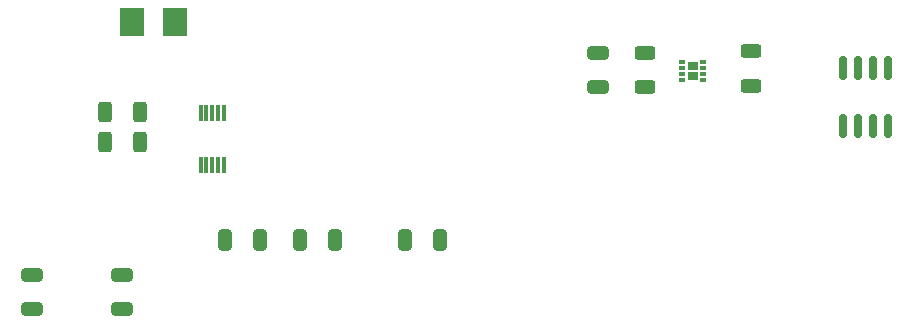
<source format=gbr>
%TF.GenerationSoftware,KiCad,Pcbnew,(6.0.6)*%
%TF.CreationDate,2022-07-29T16:20:17-07:00*%
%TF.ProjectId,uBitx Raduino Clone V2,75426974-7820-4526-9164-75696e6f2043,rev?*%
%TF.SameCoordinates,Original*%
%TF.FileFunction,Paste,Top*%
%TF.FilePolarity,Positive*%
%FSLAX46Y46*%
G04 Gerber Fmt 4.6, Leading zero omitted, Abs format (unit mm)*
G04 Created by KiCad (PCBNEW (6.0.6)) date 2022-07-29 16:20:17*
%MOMM*%
%LPD*%
G01*
G04 APERTURE LIST*
G04 Aperture macros list*
%AMRoundRect*
0 Rectangle with rounded corners*
0 $1 Rounding radius*
0 $2 $3 $4 $5 $6 $7 $8 $9 X,Y pos of 4 corners*
0 Add a 4 corners polygon primitive as box body*
4,1,4,$2,$3,$4,$5,$6,$7,$8,$9,$2,$3,0*
0 Add four circle primitives for the rounded corners*
1,1,$1+$1,$2,$3*
1,1,$1+$1,$4,$5*
1,1,$1+$1,$6,$7*
1,1,$1+$1,$8,$9*
0 Add four rect primitives between the rounded corners*
20,1,$1+$1,$2,$3,$4,$5,0*
20,1,$1+$1,$4,$5,$6,$7,0*
20,1,$1+$1,$6,$7,$8,$9,0*
20,1,$1+$1,$8,$9,$2,$3,0*%
G04 Aperture macros list end*
%ADD10RoundRect,0.250000X0.650000X-0.325000X0.650000X0.325000X-0.650000X0.325000X-0.650000X-0.325000X0*%
%ADD11RoundRect,0.250000X-0.325000X-0.650000X0.325000X-0.650000X0.325000X0.650000X-0.325000X0.650000X0*%
%ADD12R,0.300000X1.400000*%
%ADD13RoundRect,0.250000X-0.650000X0.325000X-0.650000X-0.325000X0.650000X-0.325000X0.650000X0.325000X0*%
%ADD14RoundRect,0.250000X0.312500X0.625000X-0.312500X0.625000X-0.312500X-0.625000X0.312500X-0.625000X0*%
%ADD15R,0.850000X0.650000*%
%ADD16R,0.500000X0.300000*%
%ADD17RoundRect,0.250000X-0.312500X-0.625000X0.312500X-0.625000X0.312500X0.625000X-0.312500X0.625000X0*%
%ADD18RoundRect,0.250000X0.625000X-0.312500X0.625000X0.312500X-0.625000X0.312500X-0.625000X-0.312500X0*%
%ADD19R,2.000000X2.400000*%
%ADD20RoundRect,0.150000X0.150000X-0.825000X0.150000X0.825000X-0.150000X0.825000X-0.150000X-0.825000X0*%
G04 APERTURE END LIST*
D10*
%TO.C,C3*%
X210312000Y-109679000D03*
X210312000Y-106729000D03*
%TD*%
D11*
%TO.C,C4*%
X193945000Y-122555000D03*
X196895000Y-122555000D03*
%TD*%
D12*
%TO.C,U2*%
X178640000Y-111800000D03*
X178140000Y-111800000D03*
X177640000Y-111800000D03*
X177140000Y-111800000D03*
X176640000Y-111800000D03*
X176640000Y-116200000D03*
X177140000Y-116200000D03*
X177640000Y-116200000D03*
X178140000Y-116200000D03*
X178640000Y-116200000D03*
%TD*%
D13*
%TO.C,C1*%
X162400000Y-125525000D03*
X162400000Y-128475000D03*
%TD*%
D11*
%TO.C,C5*%
X178705000Y-122625000D03*
X181655000Y-122625000D03*
%TD*%
D14*
%TO.C,R13*%
X171482500Y-111760000D03*
X168557500Y-111760000D03*
%TD*%
D15*
%TO.C,U3*%
X218313000Y-108698000D03*
X218313000Y-107823000D03*
D16*
X219213000Y-109010500D03*
X219213000Y-108510500D03*
X219213000Y-108010500D03*
X219213000Y-107510500D03*
X217413000Y-107510500D03*
X217413000Y-108010500D03*
X217413000Y-108510500D03*
X217413000Y-109010500D03*
%TD*%
D13*
%TO.C,C2*%
X170020000Y-125525000D03*
X170020000Y-128475000D03*
%TD*%
D17*
%TO.C,R14*%
X168557500Y-114300000D03*
X171482500Y-114300000D03*
%TD*%
D18*
%TO.C,R2*%
X214249000Y-109666500D03*
X214249000Y-106741500D03*
%TD*%
D11*
%TO.C,C6*%
X185055000Y-122625000D03*
X188005000Y-122625000D03*
%TD*%
D18*
%TO.C,R1*%
X223266000Y-109539500D03*
X223266000Y-106614500D03*
%TD*%
D19*
%TO.C,Y1*%
X170798000Y-104140000D03*
X174498000Y-104140000D03*
%TD*%
D20*
%TO.C,U4*%
X231013000Y-112965000D03*
X232283000Y-112965000D03*
X233553000Y-112965000D03*
X234823000Y-112965000D03*
X234823000Y-108015000D03*
X233553000Y-108015000D03*
X232283000Y-108015000D03*
X231013000Y-108015000D03*
%TD*%
M02*

</source>
